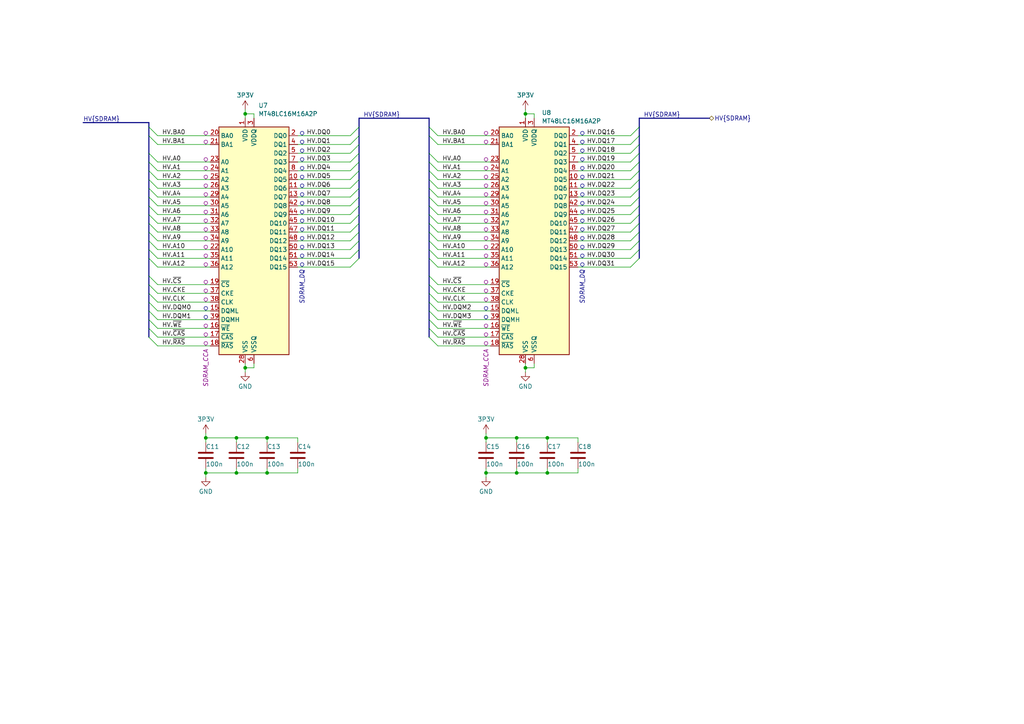
<source format=kicad_sch>
(kicad_sch (version 20231120) (generator "eeschema") (generator_version "8.0")
  (paper "A4")
  (title_block (title "SDRAM") (date "2024-05-26") (company "CHIPS Alliance") (comment 1 "Yichuan Gao (2024-05-21)") (comment 2 "Yichuan Gao (2024-05-21)") (comment 4 "Yichuan Gao (2024-05-26)"))
  (lib_symbols
    (symbol "CHIPSAlliance_Power:3P3V" (power) (pin_names (offset 0))
      (property "Value" "3P3V" (at 0 3.81 0))
      (symbol "3P3V_0_1"
        (polyline (pts (xy -0.762 1.27) (xy 0 2.54)))
        (polyline (pts (xy 0 0) (xy 0 2.54)))
        (polyline (pts (xy 0 2.54) (xy 0.762 1.27)))
      )
      (symbol "3P3V_1_1"
        (pin power_in line (at 0 0 90) (length 0) hide (name "3P3V") (number "1"))
      )
    )
    (symbol "CHIPSAlliance_Power:GND" (power) (pin_names (offset 0))
      (property "Value" "GND" (at 0 -3.81 0))
      (symbol "GND_0_1"
        (polyline (pts (xy 0 0) (xy 0 -1.27) (xy 1.27 -1.27) (xy 0 -2.54) (xy -1.27 -1.27) (xy 0 -1.27)))
      )
      (symbol "GND_1_1"
        (pin power_in line (at 0 0 270) (length 0) hide (name "GND") (number "1"))
      )
    )
    (symbol "Device:C" (pin_numbers hide) (pin_names (offset 0.254))
      (property "Reference" "C" (at 0.635 2.54 0))
      (property "Value" "C" (at 0.635 -2.54 0))
      (symbol "C_0_1"
        (polyline (pts (xy -2.032 -0.762) (xy 2.032 -0.762)) (stroke (width 0.508)))
        (polyline (pts (xy -2.032 0.762) (xy 2.032 0.762)) (stroke (width 0.508)))
      )
      (symbol "C_1_1"
        (pin passive line (at 0 3.81 270) (length 2.794) (name "~") (number "1"))
        (pin passive line (at 0 -3.81 90) (length 2.794) (name "~") (number "2"))
      )
    )
    (symbol "Memory_RAM:MT48LC16M16A2P"
      (property "Reference" "U" (at -8.89 34.29 0))
      (property "Value" "MT48LC16M16A2P" (at 8.89 34.29 0))
      (symbol "MT48LC16M16A2P_0_1"
        (rectangle (start -10.16 33.02) (end 10.16 -33.02) (stroke (width 0.254)) (fill (type background)))
      )
      (symbol "MT48LC16M16A2P_1_1"
        (pin power_in line (at -2.54 35.56 270) (length 2.54) (name "VDD") (number "1"))
        (pin bidirectional line (at 12.7 17.78 180) (length 2.54) (name "DQ5") (number "10"))
        (pin bidirectional line (at 12.7 15.24 180) (length 2.54) (name "DQ6") (number "11"))
        (pin passive line (at 0 -35.56 90) (length 2.54) hide (name "VSSQ") (number "12"))
        (pin bidirectional line (at 12.7 12.7 180) (length 2.54) (name "DQ7") (number "13"))
        (pin passive line (at -2.54 35.56 270) (length 2.54) hide (name "VDD") (number "14"))
        (pin input line (at -12.7 -20.32 0) (length 2.54) (name "DQML") (number "15"))
        (pin input line (at -12.7 -25.4 0) (length 2.54) (name "~{WE}") (number "16"))
        (pin input line (at -12.7 -27.94 0) (length 2.54) (name "~{CAS}") (number "17"))
        (pin input line (at -12.7 -30.48 0) (length 2.54) (name "~{RAS}") (number "18"))
        (pin input line (at -12.7 -12.7 0) (length 2.54) (name "~{CS}") (number "19"))
        (pin bidirectional line (at 12.7 30.48 180) (length 2.54) (name "DQ0") (number "2"))
        (pin input line (at -12.7 30.48 0) (length 2.54) (name "BA0") (number "20"))
        (pin input line (at -12.7 27.94 0) (length 2.54) (name "BA1") (number "21"))
        (pin input line (at -12.7 -2.54 0) (length 2.54) (name "A10") (number "22"))
        (pin input line (at -12.7 22.86 0) (length 2.54) (name "A0") (number "23"))
        (pin input line (at -12.7 20.32 0) (length 2.54) (name "A1") (number "24"))
        (pin input line (at -12.7 17.78 0) (length 2.54) (name "A2") (number "25"))
        (pin input line (at -12.7 15.24 0) (length 2.54) (name "A3") (number "26"))
        (pin passive line (at -2.54 35.56 270) (length 2.54) hide (name "VDD") (number "27"))
        (pin power_in line (at -2.54 -35.56 90) (length 2.54) (name "VSS") (number "28"))
        (pin input line (at -12.7 12.7 0) (length 2.54) (name "A4") (number "29"))
        (pin power_in line (at 0 35.56 270) (length 2.54) (name "VDDQ") (number "3"))
        (pin input line (at -12.7 10.16 0) (length 2.54) (name "A5") (number "30"))
        (pin input line (at -12.7 7.62 0) (length 2.54) (name "A6") (number "31"))
        (pin input line (at -12.7 5.08 0) (length 2.54) (name "A7") (number "32"))
        (pin input line (at -12.7 2.54 0) (length 2.54) (name "A8") (number "33"))
        (pin input line (at -12.7 0 0) (length 2.54) (name "A9") (number "34"))
        (pin input line (at -12.7 -5.08 0) (length 2.54) (name "A11") (number "35"))
        (pin input line (at -12.7 -7.62 0) (length 2.54) (name "A12") (number "36"))
        (pin input line (at -12.7 -15.24 0) (length 2.54) (name "CKE") (number "37"))
        (pin input line (at -12.7 -17.78 0) (length 2.54) (name "CLK") (number "38"))
        (pin input line (at -12.7 -22.86 0) (length 2.54) (name "DQMH") (number "39"))
        (pin bidirectional line (at 12.7 27.94 180) (length 2.54) (name "DQ1") (number "4"))
        (pin no_connect line (at 10.16 -20.32 180) (length 2.54) hide (name "NC") (number "40"))
        (pin passive line (at -2.54 -35.56 90) (length 2.54) hide (name "VSS") (number "41"))
        (pin bidirectional line (at 12.7 10.16 180) (length 2.54) (name "DQ8") (number "42"))
        (pin passive line (at 0 35.56 270) (length 2.54) hide (name "VDDQ") (number "43"))
        (pin bidirectional line (at 12.7 7.62 180) (length 2.54) (name "DQ9") (number "44"))
        (pin bidirectional line (at 12.7 5.08 180) (length 2.54) (name "DQ10") (number "45"))
        (pin passive line (at 0 -35.56 90) (length 2.54) hide (name "VSSQ") (number "46"))
        (pin bidirectional line (at 12.7 2.54 180) (length 2.54) (name "DQ11") (number "47"))
        (pin bidirectional line (at 12.7 0 180) (length 2.54) (name "DQ12") (number "48"))
        (pin passive line (at 0 35.56 270) (length 2.54) hide (name "VDDQ") (number "49"))
        (pin bidirectional line (at 12.7 25.4 180) (length 2.54) (name "DQ2") (number "5"))
        (pin bidirectional line (at 12.7 -2.54 180) (length 2.54) (name "DQ13") (number "50"))
        (pin bidirectional line (at 12.7 -5.08 180) (length 2.54) (name "DQ14") (number "51"))
        (pin passive line (at 0 -35.56 90) (length 2.54) hide (name "VSSQ") (number "52"))
        (pin bidirectional line (at 12.7 -7.62 180) (length 2.54) (name "DQ15") (number "53"))
        (pin passive line (at -2.54 -35.56 90) (length 2.54) hide (name "VSS") (number "54"))
        (pin power_in line (at 0 -35.56 90) (length 2.54) (name "VSSQ") (number "6"))
        (pin bidirectional line (at 12.7 22.86 180) (length 2.54) (name "DQ3") (number "7"))
        (pin bidirectional line (at 12.7 20.32 180) (length 2.54) (name "DQ4") (number "8"))
        (pin passive line (at 0 35.56 270) (length 2.54) hide (name "VDDQ") (number "9"))
      )
    )
  )
  (junction (at 149.86 127))
  (junction (at 77.47 127))
  (junction (at 59.69 137.16))
  (junction (at 68.58 127))
  (junction (at 152.4 106.68))
  (junction (at 68.58 137.16))
  (junction (at 158.75 127))
  (junction (at 158.75 137.16))
  (junction (at 152.4 33.02))
  (junction (at 77.47 137.16))
  (junction (at 71.12 106.68))
  (junction (at 149.86 137.16))
  (junction (at 140.97 127))
  (junction (at 71.12 33.02))
  (junction (at 140.97 137.16))
  (junction (at 59.69 127))
  (bus_entry (at 104.14 72.39) (size -2.54 2.54))
  (bus_entry (at 43.18 49.53) (size 2.54 2.54))
  (bus_entry (at 124.46 62.23) (size 2.54 2.54))
  (bus_entry (at 185.42 46.99) (size -2.54 2.54))
  (bus_entry (at 43.18 82.55) (size 2.54 2.54))
  (bus_entry (at 124.46 57.15) (size 2.54 2.54))
  (bus_entry (at 124.46 69.85) (size 2.54 2.54))
  (bus_entry (at 124.46 39.37) (size 2.54 2.54))
  (bus_entry (at 185.42 69.85) (size -2.54 2.54))
  (bus_entry (at 43.18 72.39) (size 2.54 2.54))
  (bus_entry (at 124.46 85.09) (size 2.54 2.54))
  (bus_entry (at 185.42 49.53) (size -2.54 2.54))
  (bus_entry (at 43.18 44.45) (size 2.54 2.54))
  (bus_entry (at 43.18 97.79) (size 2.54 2.54))
  (bus_entry (at 124.46 90.17) (size 2.54 2.54))
  (bus_entry (at 43.18 46.99) (size 2.54 2.54))
  (bus_entry (at 124.46 87.63) (size 2.54 2.54))
  (bus_entry (at 124.46 80.01) (size 2.54 2.54))
  (bus_entry (at 104.14 57.15) (size -2.54 2.54))
  (bus_entry (at 124.46 44.45) (size 2.54 2.54))
  (bus_entry (at 43.18 92.71) (size 2.54 2.54))
  (bus_entry (at 185.42 62.23) (size -2.54 2.54))
  (bus_entry (at 104.14 49.53) (size -2.54 2.54))
  (bus_entry (at 185.42 72.39) (size -2.54 2.54))
  (bus_entry (at 43.18 69.85) (size 2.54 2.54))
  (bus_entry (at 185.42 52.07) (size -2.54 2.54))
  (bus_entry (at 104.14 41.91) (size -2.54 2.54))
  (bus_entry (at 43.18 90.17) (size 2.54 2.54))
  (bus_entry (at 104.14 59.69) (size -2.54 2.54))
  (bus_entry (at 104.14 46.99) (size -2.54 2.54))
  (bus_entry (at 124.46 54.61) (size 2.54 2.54))
  (bus_entry (at 43.18 87.63) (size 2.54 2.54))
  (bus_entry (at 124.46 52.07) (size 2.54 2.54))
  (bus_entry (at 124.46 36.83) (size 2.54 2.54))
  (bus_entry (at 185.42 67.31) (size -2.54 2.54))
  (bus_entry (at 124.46 97.79) (size 2.54 2.54))
  (bus_entry (at 43.18 59.69) (size 2.54 2.54))
  (bus_entry (at 104.14 52.07) (size -2.54 2.54))
  (bus_entry (at 104.14 69.85) (size -2.54 2.54))
  (bus_entry (at 185.42 36.83) (size -2.54 2.54))
  (bus_entry (at 43.18 85.09) (size 2.54 2.54))
  (bus_entry (at 43.18 67.31) (size 2.54 2.54))
  (bus_entry (at 43.18 80.01) (size 2.54 2.54))
  (bus_entry (at 104.14 36.83) (size -2.54 2.54))
  (bus_entry (at 185.42 39.37) (size -2.54 2.54))
  (bus_entry (at 124.46 74.93) (size 2.54 2.54))
  (bus_entry (at 43.18 62.23) (size 2.54 2.54))
  (bus_entry (at 185.42 74.93) (size -2.54 2.54))
  (bus_entry (at 43.18 95.25) (size 2.54 2.54))
  (bus_entry (at 43.18 52.07) (size 2.54 2.54))
  (bus_entry (at 43.18 39.37) (size 2.54 2.54))
  (bus_entry (at 124.46 67.31) (size 2.54 2.54))
  (bus_entry (at 104.14 39.37) (size -2.54 2.54))
  (bus_entry (at 124.46 64.77) (size 2.54 2.54))
  (bus_entry (at 124.46 72.39) (size 2.54 2.54))
  (bus_entry (at 185.42 59.69) (size -2.54 2.54))
  (bus_entry (at 43.18 74.93) (size 2.54 2.54))
  (bus_entry (at 124.46 59.69) (size 2.54 2.54))
  (bus_entry (at 185.42 54.61) (size -2.54 2.54))
  (bus_entry (at 124.46 82.55) (size 2.54 2.54))
  (bus_entry (at 124.46 46.99) (size 2.54 2.54))
  (bus_entry (at 43.18 54.61) (size 2.54 2.54))
  (bus_entry (at 124.46 95.25) (size 2.54 2.54))
  (bus_entry (at 185.42 57.15) (size -2.54 2.54))
  (bus_entry (at 185.42 44.45) (size -2.54 2.54))
  (bus_entry (at 124.46 92.71) (size 2.54 2.54))
  (bus_entry (at 104.14 54.61) (size -2.54 2.54))
  (bus_entry (at 185.42 64.77) (size -2.54 2.54))
  (bus_entry (at 104.14 67.31) (size -2.54 2.54))
  (bus_entry (at 104.14 74.93) (size -2.54 2.54))
  (bus_entry (at 104.14 64.77) (size -2.54 2.54))
  (bus_entry (at 43.18 36.83) (size 2.54 2.54))
  (bus_entry (at 185.42 41.91) (size -2.54 2.54))
  (bus_entry (at 124.46 49.53) (size 2.54 2.54))
  (bus_entry (at 104.14 62.23) (size -2.54 2.54))
  (bus_entry (at 104.14 44.45) (size -2.54 2.54))
  (bus_entry (at 43.18 64.77) (size 2.54 2.54))
  (bus_entry (at 43.18 57.15) (size 2.54 2.54))
  (bus (pts (xy 43.18 72.39) (xy 43.18 74.93)))
  (wire (pts (xy 45.72 59.69) (xy 60.96 59.69)))
  (wire (pts (xy 86.36 127) (xy 77.47 127)))
  (wire (pts (xy 127 41.91) (xy 142.24 41.91)))
  (wire (pts (xy 59.69 125.73) (xy 59.69 127)))
  (wire (pts (xy 68.58 127) (xy 59.69 127)))
  (wire (pts (xy 86.36 72.39) (xy 101.6 72.39)))
  (wire (pts (xy 45.72 82.55) (xy 60.96 82.55)))
  (bus (pts (xy 43.18 67.31) (xy 43.18 69.85)))
  (wire (pts (xy 86.36 64.77) (xy 101.6 64.77)))
  (wire (pts (xy 127 67.31) (xy 142.24 67.31)))
  (bus (pts (xy 104.14 52.07) (xy 104.14 54.61)))
  (bus (pts (xy 124.46 44.45) (xy 124.46 46.99)))
  (bus (pts (xy 43.18 52.07) (xy 43.18 54.61)))
  (wire (pts (xy 127 64.77) (xy 142.24 64.77)))
  (wire (pts (xy 158.75 127) (xy 149.86 127)))
  (bus (pts (xy 124.46 52.07) (xy 124.46 54.61)))
  (bus (pts (xy 24.13 35.56) (xy 43.18 35.56)))
  (wire (pts (xy 127 72.39) (xy 142.24 72.39)))
  (wire (pts (xy 140.97 127) (xy 140.97 128.27)))
  (bus (pts (xy 43.18 59.69) (xy 43.18 62.23)))
  (wire (pts (xy 127 87.63) (xy 142.24 87.63)))
  (bus (pts (xy 104.14 64.77) (xy 104.14 67.31)))
  (bus (pts (xy 43.18 74.93) (xy 43.18 80.01)))
  (bus (pts (xy 185.42 41.91) (xy 185.42 39.37)))
  (wire (pts (xy 167.64 44.45) (xy 182.88 44.45)))
  (wire (pts (xy 158.75 135.89) (xy 158.75 137.16)))
  (bus (pts (xy 43.18 36.83) (xy 43.18 39.37)))
  (bus (pts (xy 104.14 57.15) (xy 104.14 59.69)))
  (wire (pts (xy 45.72 72.39) (xy 60.96 72.39)))
  (wire (pts (xy 140.97 125.73) (xy 140.97 127)))
  (wire (pts (xy 73.66 106.68) (xy 71.12 106.68)))
  (wire (pts (xy 77.47 127) (xy 77.47 128.27)))
  (wire (pts (xy 154.94 34.29) (xy 154.94 33.02)))
  (bus (pts (xy 185.42 34.29) (xy 205.74 34.29)))
  (bus (pts (xy 104.14 41.91) (xy 104.14 44.45)))
  (bus (pts (xy 43.18 90.17) (xy 43.18 92.71)))
  (wire (pts (xy 86.36 44.45) (xy 101.6 44.45)))
  (bus (pts (xy 43.18 80.01) (xy 43.18 82.55)))
  (bus (pts (xy 185.42 72.39) (xy 185.42 69.85)))
  (wire (pts (xy 152.4 105.41) (xy 152.4 106.68)))
  (wire (pts (xy 59.69 127) (xy 59.69 128.27)))
  (bus (pts (xy 124.46 92.71) (xy 124.46 95.25)))
  (bus (pts (xy 43.18 54.61) (xy 43.18 57.15)))
  (bus (pts (xy 43.18 39.37) (xy 43.18 44.45)))
  (wire (pts (xy 127 77.47) (xy 142.24 77.47)))
  (wire (pts (xy 45.72 87.63) (xy 60.96 87.63)))
  (wire (pts (xy 167.64 52.07) (xy 182.88 52.07)))
  (bus (pts (xy 43.18 87.63) (xy 43.18 90.17)))
  (bus (pts (xy 185.42 39.37) (xy 185.42 36.83)))
  (wire (pts (xy 127 39.37) (xy 142.24 39.37)))
  (wire (pts (xy 68.58 135.89) (xy 68.58 137.16)))
  (wire (pts (xy 86.36 57.15) (xy 101.6 57.15)))
  (wire (pts (xy 167.64 64.77) (xy 182.88 64.77)))
  (wire (pts (xy 127 57.15) (xy 142.24 57.15)))
  (wire (pts (xy 45.72 97.79) (xy 60.96 97.79)))
  (wire (pts (xy 127 59.69) (xy 142.24 59.69)))
  (wire (pts (xy 71.12 33.02) (xy 71.12 34.29)))
  (wire (pts (xy 45.72 49.53) (xy 60.96 49.53)))
  (bus (pts (xy 43.18 44.45) (xy 43.18 46.99)))
  (wire (pts (xy 45.72 90.17) (xy 60.96 90.17)))
  (wire (pts (xy 167.64 127) (xy 158.75 127)))
  (bus (pts (xy 43.18 35.56) (xy 43.18 36.83)))
  (bus (pts (xy 124.46 74.93) (xy 124.46 80.01)))
  (wire (pts (xy 77.47 135.89) (xy 77.47 137.16)))
  (wire (pts (xy 86.36 77.47) (xy 101.6 77.47)))
  (wire (pts (xy 86.36 69.85) (xy 101.6 69.85)))
  (bus (pts (xy 43.18 62.23) (xy 43.18 64.77)))
  (wire (pts (xy 167.64 72.39) (xy 182.88 72.39)))
  (bus (pts (xy 124.46 39.37) (xy 124.46 44.45)))
  (wire (pts (xy 45.72 41.91) (xy 60.96 41.91)))
  (wire (pts (xy 68.58 137.16) (xy 59.69 137.16)))
  (wire (pts (xy 140.97 137.16) (xy 140.97 138.43)))
  (bus (pts (xy 104.14 62.23) (xy 104.14 64.77)))
  (wire (pts (xy 71.12 106.68) (xy 71.12 107.95)))
  (wire (pts (xy 127 92.71) (xy 142.24 92.71)))
  (wire (pts (xy 127 82.55) (xy 142.24 82.55)))
  (wire (pts (xy 167.64 41.91) (xy 182.88 41.91)))
  (wire (pts (xy 167.64 69.85) (xy 182.88 69.85)))
  (wire (pts (xy 167.64 74.93) (xy 182.88 74.93)))
  (bus (pts (xy 124.46 54.61) (xy 124.46 57.15)))
  (bus (pts (xy 104.14 69.85) (xy 104.14 72.39)))
  (bus (pts (xy 124.46 90.17) (xy 124.46 92.71)))
  (wire (pts (xy 71.12 31.75) (xy 71.12 33.02)))
  (wire (pts (xy 127 74.93) (xy 142.24 74.93)))
  (wire (pts (xy 73.66 105.41) (xy 73.66 106.68)))
  (wire (pts (xy 154.94 105.41) (xy 154.94 106.68)))
  (wire (pts (xy 86.36 62.23) (xy 101.6 62.23)))
  (bus (pts (xy 104.14 72.39) (xy 104.14 74.93)))
  (wire (pts (xy 167.64 49.53) (xy 182.88 49.53)))
  (wire (pts (xy 45.72 100.33) (xy 60.96 100.33)))
  (wire (pts (xy 45.72 74.93) (xy 60.96 74.93)))
  (wire (pts (xy 127 100.33) (xy 142.24 100.33)))
  (bus (pts (xy 104.14 34.29) (xy 124.46 34.29)))
  (bus (pts (xy 124.46 72.39) (xy 124.46 74.93)))
  (bus (pts (xy 43.18 46.99) (xy 43.18 49.53)))
  (wire (pts (xy 45.72 62.23) (xy 60.96 62.23)))
  (wire (pts (xy 127 85.09) (xy 142.24 85.09)))
  (wire (pts (xy 86.36 52.07) (xy 101.6 52.07)))
  (bus (pts (xy 185.42 57.15) (xy 185.42 54.61)))
  (bus (pts (xy 124.46 36.83) (xy 124.46 39.37)))
  (wire (pts (xy 167.64 137.16) (xy 158.75 137.16)))
  (bus (pts (xy 124.46 62.23) (xy 124.46 64.77)))
  (wire (pts (xy 86.36 67.31) (xy 101.6 67.31)))
  (bus (pts (xy 124.46 46.99) (xy 124.46 49.53)))
  (wire (pts (xy 86.36 59.69) (xy 101.6 59.69)))
  (wire (pts (xy 45.72 57.15) (xy 60.96 57.15)))
  (wire (pts (xy 86.36 128.27) (xy 86.36 127)))
  (bus (pts (xy 104.14 39.37) (xy 104.14 41.91)))
  (wire (pts (xy 167.64 54.61) (xy 182.88 54.61)))
  (wire (pts (xy 77.47 137.16) (xy 68.58 137.16)))
  (bus (pts (xy 124.46 85.09) (xy 124.46 87.63)))
  (bus (pts (xy 104.14 59.69) (xy 104.14 62.23)))
  (bus (pts (xy 104.14 46.99) (xy 104.14 49.53)))
  (wire (pts (xy 140.97 135.89) (xy 140.97 137.16)))
  (wire (pts (xy 154.94 33.02) (xy 152.4 33.02)))
  (wire (pts (xy 86.36 137.16) (xy 77.47 137.16)))
  (wire (pts (xy 158.75 137.16) (xy 149.86 137.16)))
  (wire (pts (xy 167.64 135.89) (xy 167.64 137.16)))
  (wire (pts (xy 127 62.23) (xy 142.24 62.23)))
  (wire (pts (xy 86.36 74.93) (xy 101.6 74.93)))
  (wire (pts (xy 149.86 127) (xy 149.86 128.27)))
  (bus (pts (xy 104.14 54.61) (xy 104.14 57.15)))
  (wire (pts (xy 167.64 39.37) (xy 182.88 39.37)))
  (bus (pts (xy 124.46 87.63) (xy 124.46 90.17)))
  (wire (pts (xy 149.86 127) (xy 140.97 127)))
  (bus (pts (xy 104.14 44.45) (xy 104.14 46.99)))
  (wire (pts (xy 59.69 137.16) (xy 59.69 138.43)))
  (wire (pts (xy 73.66 33.02) (xy 71.12 33.02)))
  (wire (pts (xy 45.72 69.85) (xy 60.96 69.85)))
  (wire (pts (xy 45.72 92.71) (xy 60.96 92.71)))
  (wire (pts (xy 167.64 77.47) (xy 182.88 77.47)))
  (wire (pts (xy 152.4 106.68) (xy 152.4 107.95)))
  (bus (pts (xy 124.46 59.69) (xy 124.46 62.23)))
  (wire (pts (xy 45.72 54.61) (xy 60.96 54.61)))
  (wire (pts (xy 127 52.07) (xy 142.24 52.07)))
  (bus (pts (xy 43.18 49.53) (xy 43.18 52.07)))
  (bus (pts (xy 185.42 62.23) (xy 185.42 59.69)))
  (bus (pts (xy 124.46 34.29) (xy 124.46 36.83)))
  (bus (pts (xy 104.14 49.53) (xy 104.14 52.07)))
  (wire (pts (xy 86.36 49.53) (xy 101.6 49.53)))
  (wire (pts (xy 86.36 41.91) (xy 101.6 41.91)))
  (wire (pts (xy 68.58 127) (xy 68.58 128.27)))
  (wire (pts (xy 167.64 62.23) (xy 182.88 62.23)))
  (wire (pts (xy 127 69.85) (xy 142.24 69.85)))
  (wire (pts (xy 127 46.99) (xy 142.24 46.99)))
  (bus (pts (xy 185.42 59.69) (xy 185.42 57.15)))
  (wire (pts (xy 127 95.25) (xy 142.24 95.25)))
  (wire (pts (xy 45.72 77.47) (xy 60.96 77.47)))
  (bus (pts (xy 185.42 69.85) (xy 185.42 67.31)))
  (wire (pts (xy 86.36 46.99) (xy 101.6 46.99)))
  (bus (pts (xy 43.18 92.71) (xy 43.18 95.25)))
  (wire (pts (xy 73.66 34.29) (xy 73.66 33.02)))
  (wire (pts (xy 45.72 67.31) (xy 60.96 67.31)))
  (wire (pts (xy 45.72 39.37) (xy 60.96 39.37)))
  (bus (pts (xy 185.42 44.45) (xy 185.42 41.91)))
  (wire (pts (xy 167.64 46.99) (xy 182.88 46.99)))
  (wire (pts (xy 45.72 52.07) (xy 60.96 52.07)))
  (bus (pts (xy 185.42 67.31) (xy 185.42 64.77)))
  (wire (pts (xy 45.72 46.99) (xy 60.96 46.99)))
  (bus (pts (xy 124.46 69.85) (xy 124.46 72.39)))
  (bus (pts (xy 43.18 64.77) (xy 43.18 67.31)))
  (bus (pts (xy 185.42 52.07) (xy 185.42 49.53)))
  (bus (pts (xy 185.42 64.77) (xy 185.42 62.23)))
  (bus (pts (xy 124.46 57.15) (xy 124.46 59.69)))
  (bus (pts (xy 104.14 67.31) (xy 104.14 69.85)))
  (wire (pts (xy 167.64 128.27) (xy 167.64 127)))
  (bus (pts (xy 43.18 82.55) (xy 43.18 85.09)))
  (bus (pts (xy 124.46 82.55) (xy 124.46 85.09)))
  (bus (pts (xy 185.42 49.53) (xy 185.42 46.99)))
  (bus (pts (xy 185.42 36.83) (xy 185.42 34.29)))
  (wire (pts (xy 86.36 135.89) (xy 86.36 137.16)))
  (wire (pts (xy 158.75 127) (xy 158.75 128.27)))
  (bus (pts (xy 185.42 74.93) (xy 185.42 72.39)))
  (bus (pts (xy 43.18 85.09) (xy 43.18 87.63)))
  (wire (pts (xy 149.86 137.16) (xy 140.97 137.16)))
  (bus (pts (xy 43.18 57.15) (xy 43.18 59.69)))
  (wire (pts (xy 59.69 135.89) (xy 59.69 137.16)))
  (wire (pts (xy 45.72 64.77) (xy 60.96 64.77)))
  (bus (pts (xy 124.46 49.53) (xy 124.46 52.07)))
  (wire (pts (xy 167.64 57.15) (xy 182.88 57.15)))
  (bus (pts (xy 185.42 46.99) (xy 185.42 44.45)))
  (bus (pts (xy 43.18 95.25) (xy 43.18 97.79)))
  (wire (pts (xy 167.64 59.69) (xy 182.88 59.69)))
  (bus (pts (xy 43.18 69.85) (xy 43.18 72.39)))
  (wire (pts (xy 149.86 135.89) (xy 149.86 137.16)))
  (wire (pts (xy 86.36 54.61) (xy 101.6 54.61)))
  (wire (pts (xy 77.47 127) (xy 68.58 127)))
  (bus (pts (xy 124.46 95.25) (xy 124.46 97.79)))
  (wire (pts (xy 127 49.53) (xy 142.24 49.53)))
  (wire (pts (xy 45.72 85.09) (xy 60.96 85.09)))
  (wire (pts (xy 152.4 33.02) (xy 152.4 34.29)))
  (bus (pts (xy 124.46 80.01) (xy 124.46 82.55)))
  (bus (pts (xy 185.42 54.61) (xy 185.42 52.07)))
  (bus (pts (xy 104.14 34.29) (xy 104.14 36.83)))
  (wire (pts (xy 127 90.17) (xy 142.24 90.17)))
  (wire (pts (xy 71.12 105.41) (xy 71.12 106.68)))
  (wire (pts (xy 152.4 31.75) (xy 152.4 33.02)))
  (wire (pts (xy 45.72 95.25) (xy 60.96 95.25)))
  (wire (pts (xy 127 54.61) (xy 142.24 54.61)))
  (bus (pts (xy 124.46 67.31) (xy 124.46 69.85)))
  (bus (pts (xy 104.14 36.83) (xy 104.14 39.37)))
  (wire (pts (xy 127 97.79) (xy 142.24 97.79)))
  (wire (pts (xy 167.64 67.31) (xy 182.88 67.31)))
  (bus (pts (xy 124.46 64.77) (xy 124.46 67.31)))
  (wire (pts (xy 86.36 39.37) (xy 101.6 39.37)))
  (wire (pts (xy 154.94 106.68) (xy 152.4 106.68)))
  (label "HV.A12" (at 128.27 77.47 0))
  (label "HV.DQ2" (at 88.9 44.45 0))
  (label "HV.A9" (at 46.99 69.85 0))
  (label "HV{SDRAM}" (at 186.69 34.29 0))
  (label "HV.DQM1" (at 46.99 92.71 0))
  (label "HV.A3" (at 46.99 54.61 0))
  (label "HV.DQ25" (at 170.18 62.23 0))
  (label "HV.~{WE}" (at 46.99 95.25 0))
  (label "HV.DQ17" (at 170.18 41.91 0))
  (label "HV.A4" (at 128.27 57.15 0))
  (label "HV.DQ4" (at 88.9 49.53 0))
  (label "HV.DQ22" (at 170.18 54.61 0))
  (label "HV.DQ12" (at 88.9 69.85 0))
  (label "HV.~{CS}" (at 46.99 82.55 0))
  (label "HV.A1" (at 46.99 49.53 0))
  (label "HV.DQM3" (at 128.27 92.71 0))
  (label "HV.CLK" (at 46.99 87.63 0))
  (label "HV.BA0" (at 46.99 39.37 0))
  (label "HV.DQ5" (at 88.9 52.07 0))
  (label "HV.~{CAS}" (at 46.99 97.79 0))
  (label "HV.DQ18" (at 170.18 44.45 0))
  (label "HV.DQ15" (at 88.9 77.47 0))
  (label "HV.DQ1" (at 88.9 41.91 0))
  (label "HV.A6" (at 46.99 62.23 0))
  (label "HV.DQ10" (at 88.9 64.77 0))
  (label "HV.A0" (at 128.27 46.99 0))
  (label "HV.A7" (at 128.27 64.77 0))
  (label "HV.~{CAS}" (at 128.27 97.79 0))
  (label "HV.DQ11" (at 88.9 67.31 0))
  (label "HV.A1" (at 128.27 49.53 0))
  (label "HV.A9" (at 128.27 69.85 0))
  (label "HV.A11" (at 46.99 74.93 0))
  (label "HV.~{WE}" (at 128.27 95.25 0))
  (label "HV.CKE" (at 46.99 85.09 0))
  (label "HV.A5" (at 128.27 59.69 0))
  (label "HV.DQ13" (at 88.9 72.39 0))
  (label "HV.A8" (at 128.27 67.31 0))
  (label "HV.CLK" (at 128.27 87.63 0))
  (label "HV.DQ31" (at 170.18 77.47 0))
  (label "HV.DQ19" (at 170.18 46.99 0))
  (label "HV.DQ24" (at 170.18 59.69 0))
  (label "HV.DQM2" (at 128.27 90.17 0))
  (label "HV.DQ28" (at 170.18 69.85 0))
  (label "HV.A5" (at 46.99 59.69 0))
  (label "HV.~{RAS}" (at 46.99 100.33 0))
  (label "HV{SDRAM}" (at 105.41 34.29 0))
  (label "HV.DQM0" (at 46.99 90.17 0))
  (label "HV.~{RAS}" (at 128.27 100.33 0))
  (label "HV.DQ26" (at 170.18 64.77 0))
  (label "HV.DQ9" (at 88.9 62.23 0))
  (label "HV.BA0" (at 128.27 39.37 0))
  (label "HV.DQ8" (at 88.9 59.69 0))
  (label "HV.DQ14" (at 88.9 74.93 0))
  (label "HV.DQ29" (at 170.18 72.39 0))
  (label "HV.DQ27" (at 170.18 67.31 0))
  (label "HV.DQ6" (at 88.9 54.61 0))
  (label "HV.DQ21" (at 170.18 52.07 0))
  (label "HV.A12" (at 46.99 77.47 0))
  (label "HV.DQ7" (at 88.9 57.15 0))
  (label "HV{SDRAM}" (at 24.13 35.56 0))
  (label "HV.A7" (at 46.99 64.77 0))
  (label "HV.DQ0" (at 88.9 39.37 0))
  (label "HV.A11" (at 128.27 74.93 0))
  (label "HV.DQ3" (at 88.9 46.99 0))
  (label "HV.A2" (at 128.27 52.07 0))
  (label "HV.DQ23" (at 170.18 57.15 0))
  (label "HV.BA1" (at 46.99 41.91 0))
  (label "HV.CKE" (at 128.27 85.09 0))
  (label "HV.A6" (at 128.27 62.23 0))
  (label "HV.A10" (at 128.27 72.39 0))
  (label "HV.A10" (at 46.99 72.39 0))
  (label "HV.A3" (at 128.27 54.61 0))
  (label "HV.BA1" (at 128.27 41.91 0))
  (label "HV.A8" (at 46.99 67.31 0))
  (label "HV.DQ20" (at 170.18 49.53 0))
  (label "HV.A0" (at 46.99 46.99 0))
  (label "HV.A2" (at 46.99 52.07 0))
  (label "HV.DQ16" (at 170.18 39.37 0))
  (label "HV.A4" (at 46.99 57.15 0))
  (label "HV.DQ30" (at 170.18 74.93 0))
  (label "HV.~{CS}" (at 128.27 82.55 0))
  (hierarchical_label "HV{SDRAM}" (shape bidirectional) (at 205.74 34.29 0))
  (netclass_flag "" (length 0.762) (shape round) (at 59.69 97.79 0) (property "Netclass" "SDRAM_CCA" (effects (hide yes))))
  (netclass_flag "" (length 0.762) (shape round) (at 140.97 52.07 0) (property "Netclass" "SDRAM_CCA" (effects (hide yes))))
  (netclass_flag "" (length 0.762) (shape round) (at 140.97 100.33 0) (property "Netclass" "SDRAM_CCA" (at 140.97 112.268 90) (effects (font (italic yes)) (justify left))))
  (netclass_flag "" (length 0.762) (shape round) (at 59.69 62.23 0) (property "Netclass" "SDRAM_CCA" (effects (hide yes))))
  (netclass_flag "" (length 0.762) (shape round) (at 168.91 69.85 0) (property "Netclass" "SDRAM_DQ" (effects (hide yes))))
  (netclass_flag "" (length 0.762) (shape round) (at 59.69 57.15 0) (property "Netclass" "SDRAM_CCA" (effects (hide yes))))
  (netclass_flag "" (length 0.762) (shape round) (at 59.69 82.55 0) (property "Netclass" "SDRAM_CCA" (effects (hide yes))))
  (netclass_flag "" (length 0.762) (shape round) (at 140.97 85.09 0) (property "Netclass" "SDRAM_CCA" (effects (hide yes))))
  (netclass_flag "" (length 0.762) (shape round) (at 168.91 39.37 0) (property "Netclass" "SDRAM_DQ" (effects (hide yes))))
  (netclass_flag "" (length 0.762) (shape round) (at 59.69 41.91 0) (property "Netclass" "SDRAM_CCA" (effects (hide yes))))
  (netclass_flag "" (length 0.762) (shape round) (at 140.97 62.23 0) (property "Netclass" "SDRAM_CCA" (effects (hide yes))))
  (netclass_flag "" (length 0.762) (shape round) (at 59.69 69.85 0) (property "Netclass" "SDRAM_CCA" (effects (hide yes))))
  (netclass_flag "" (length 0.762) (shape round) (at 59.69 52.07 0) (property "Netclass" "SDRAM_CCA" (effects (hide yes))))
  (netclass_flag "" (length 0.762) (shape round) (at 87.63 54.61 0) (property "Netclass" "SDRAM_DQ" (effects (hide yes))))
  (netclass_flag "" (length 0.762) (shape round) (at 59.69 64.77 0) (property "Netclass" "SDRAM_CCA" (effects (hide yes))))
  (netclass_flag "" (length 0.762) (shape round) (at 87.63 69.85 0) (property "Netclass" "SDRAM_DQ" (effects (hide yes))))
  (netclass_flag "" (length 0.762) (shape round) (at 140.97 46.99 0) (property "Netclass" "SDRAM_CCA" (effects (hide yes))))
  (netclass_flag "" (length 0.762) (shape round) (at 140.97 59.69 0) (property "Netclass" "SDRAM_CCA" (effects (hide yes))))
  (netclass_flag "" (length 0.762) (shape round) (at 87.63 39.37 0) (property "Netclass" "SDRAM_DQ" (effects (hide yes))))
  (netclass_flag "" (length 0.762) (shape round) (at 59.69 74.93 0) (property "Netclass" "SDRAM_CCA" (effects (hide yes))))
  (netclass_flag "" (length 0.762) (shape round) (at 168.91 59.69 0) (property "Netclass" "SDRAM_DQ" (effects (hide yes))))
  (netclass_flag "" (length 0.762) (shape round) (at 59.69 77.47 0) (property "Netclass" "SDRAM_CCA" (effects (hide yes))))
  (netclass_flag "" (length 0.762) (shape round) (at 59.69 87.63 0) (property "Netclass" "SDRAM_CCA" (effects (hide yes))))
  (netclass_flag "" (length 0.762) (shape round) (at 168.91 46.99 0) (property "Netclass" "SDRAM_DQ" (effects (hide yes))))
  (netclass_flag "" (length 0.762) (shape round) (at 168.91 64.77 0) (property "Netclass" "SDRAM_DQ" (effects (hide yes))))
  (netclass_flag "" (length 0.762) (shape round) (at 140.97 39.37 0) (property "Netclass" "SDRAM_CCA" (effects (hide yes))))
  (netclass_flag "" (length 0.762) (shape round) (at 87.63 67.31 0) (property "Netclass" "SDRAM_DQ" (effects (hide yes))))
  (netclass_flag "" (length 0.762) (shape round) (at 140.97 77.47 0) (property "Netclass" "SDRAM_CCA" (effects (hide yes))))
  (netclass_flag "" (length 0.762) (shape round) (at 87.63 74.93 0) (property "Netclass" "SDRAM_DQ" (effects (hide yes))))
  (netclass_flag "" (length 0.762) (shape round) (at 140.97 69.85 0) (property "Netclass" "SDRAM_CCA" (effects (hide yes))))
  (netclass_flag "" (length 0.762) (shape round) (at 140.97 54.61 0) (property "Netclass" "SDRAM_CCA" (effects (hide yes))))
  (netclass_flag "" (length 0.762) (shape round) (at 59.69 92.71 0) (property "Netclass" "SDRAM_DQ" (effects (hide yes))))
  (netclass_flag "" (length 0.762) (shape round) (at 168.91 72.39 0) (property "Netclass" "SDRAM_DQ" (effects (hide yes))))
  (netclass_flag "" (length 0.762) (shape round) (at 87.63 77.47 0) (property "Netclass" "SDRAM_DQ" (at 87.63 88.138 90) (effects (font (italic yes)) (justify left))))
  (netclass_flag "" (length 0.762) (shape round) (at 168.91 52.07 0) (property "Netclass" "SDRAM_DQ" (effects (hide yes))))
  (netclass_flag "" (length 0.762) (shape round) (at 140.97 95.25 0) (property "Netclass" "SDRAM_CCA" (effects (hide yes))))
  (netclass_flag "" (length 0.762) (shape round) (at 87.63 62.23 0) (property "Netclass" "SDRAM_DQ" (effects (hide yes))))
  (netclass_flag "" (length 0.762) (shape round) (at 87.63 64.77 0) (property "Netclass" "SDRAM_DQ" (effects (hide yes))))
  (netclass_flag "" (length 0.762) (shape round) (at 168.91 41.91 0) (property "Netclass" "SDRAM_DQ" (effects (hide yes))))
  (netclass_flag "" (length 0.762) (shape round) (at 59.69 54.61 0) (property "Netclass" "SDRAM_CCA" (effects (hide yes))))
  (netclass_flag "" (length 0.762) (shape round) (at 59.69 39.37 0) (property "Netclass" "SDRAM_CCA" (effects (hide yes))))
  (netclass_flag "" (length 0.762) (shape round) (at 59.69 49.53 0) (property "Netclass" "SDRAM_CCA" (effects (hide yes))))
  (netclass_flag "" (length 0.762) (shape round) (at 87.63 57.15 0) (property "Netclass" "SDRAM_DQ" (effects (hide yes))))
  (netclass_flag "" (length 0.762) (shape round) (at 168.91 74.93 0) (property "Netclass" "SDRAM_DQ" (effects (hide yes))))
  (netclass_flag "" (length 0.762) (shape round) (at 140.97 49.53 0) (property "Netclass" "SDRAM_CCA" (effects (hide yes))))
  (netclass_flag "" (length 0.762) (shape round) (at 140.97 74.93 0) (property "Netclass" "SDRAM_CCA" (effects (hide yes))))
  (netclass_flag "" (length 0.762) (shape round) (at 168.91 57.15 0) (property "Netclass" "SDRAM_DQ" (effects (hide yes))))
  (netclass_flag "" (length 0.762) (shape round) (at 140.97 82.55 0) (property "Netclass" "SDRAM_CCA" (effects (hide yes))))
  (netclass_flag "" (length 0.762) (shape round) (at 59.69 72.39 0) (property "Netclass" "SDRAM_CCA" (effects (hide yes))))
  (netclass_flag "" (length 0.762) (shape round) (at 59.69 59.69 0) (property "Netclass" "SDRAM_CCA" (effects (hide yes))))
  (netclass_flag "" (length 0.762) (shape round) (at 59.69 85.09 0) (property "Netclass" "SDRAM_CCA" (effects (hide yes))))
  (netclass_flag "" (length 0.762) (shape round) (at 59.69 100.33 0) (property "Netclass" "SDRAM_CCA" (at 59.69 112.268 90) (effects (font (italic yes)) (justify left))))
  (netclass_flag "" (length 0.762) (shape round) (at 87.63 41.91 0) (property "Netclass" "SDRAM_DQ" (effects (hide yes))))
  (netclass_flag "" (length 0.762) (shape round) (at 140.97 72.39 0) (property "Netclass" "SDRAM_CCA" (effects (hide yes))))
  (netclass_flag "" (length 0.762) (shape round) (at 59.69 67.31 0) (property "Netclass" "SDRAM_CCA" (effects (hide yes))))
  (netclass_flag "" (length 0.762) (shape round) (at 59.69 95.25 0) (property "Netclass" "SDRAM_CCA" (effects (hide yes))))
  (netclass_flag "" (length 0.762) (shape round) (at 59.69 46.99 0) (property "Netclass" "SDRAM_CCA" (effects (hide yes))))
  (netclass_flag "" (length 0.762) (shape round) (at 87.63 49.53 0) (property "Netclass" "SDRAM_DQ" (effects (hide yes))))
  (netclass_flag "" (length 0.762) (shape round) (at 140.97 90.17 0) (property "Netclass" "SDRAM_DQ" (effects (hide yes))))
  (netclass_flag "" (length 0.762) (shape round) (at 140.97 67.31 0) (property "Netclass" "SDRAM_CCA" (effects (hide yes))))
  (netclass_flag "" (length 0.762) (shape round) (at 168.91 62.23 0) (property "Netclass" "SDRAM_DQ" (effects (hide yes))))
  (netclass_flag "" (length 0.762) (shape round) (at 59.69 90.17 0) (property "Netclass" "SDRAM_DQ" (effects (hide yes))))
  (netclass_flag "" (length 0.762) (shape round) (at 87.63 72.39 0) (property "Netclass" "SDRAM_DQ" (effects (hide yes))))
  (netclass_flag "" (length 0.762) (shape round) (at 140.97 92.71 0) (property "Netclass" "SDRAM_DQ" (effects (hide yes))))
  (netclass_flag "" (length 0.762) (shape round) (at 168.91 54.61 0) (property "Netclass" "SDRAM_DQ" (effects (hide yes))))
  (netclass_flag "" (length 0.762) (shape round) (at 140.97 41.91 0) (property "Netclass" "SDRAM_CCA" (effects (hide yes))))
  (netclass_flag "" (length 0.762) (shape round) (at 140.97 57.15 0) (property "Netclass" "SDRAM_CCA" (effects (hide yes))))
  (netclass_flag "" (length 0.762) (shape round) (at 87.63 52.07 0) (property "Netclass" "SDRAM_DQ" (effects (hide yes))))
  (netclass_flag "" (length 0.762) (shape round) (at 87.63 46.99 0) (property "Netclass" "SDRAM_DQ" (effects (hide yes))))
  (netclass_flag "" (length 0.762) (shape round) (at 168.91 67.31 0) (property "Netclass" "SDRAM_DQ" (effects (hide yes))))
  (netclass_flag "" (length 0.762) (shape round) (at 168.91 44.45 0) (property "Netclass" "SDRAM_DQ" (effects (hide yes))))
  (netclass_flag "" (length 0.762) (shape round) (at 87.63 59.69 0) (property "Netclass" "SDRAM_DQ" (effects (hide yes))))
  (netclass_flag "" (length 0.762) (shape round) (at 140.97 97.79 0) (property "Netclass" "SDRAM_CCA" (effects (hide yes))))
  (netclass_flag "" (length 0.762) (shape round) (at 87.63 44.45 0) (property "Netclass" "SDRAM_DQ" (effects (hide yes))))
  (netclass_flag "" (length 0.762) (shape round) (at 140.97 87.63 0) (property "Netclass" "SDRAM_CCA" (effects (hide yes))))
  (netclass_flag "" (length 0.762) (shape round) (at 140.97 64.77 0) (property "Netclass" "SDRAM_CCA" (effects (hide yes))))
  (netclass_flag "" (length 0.762) (shape round) (at 168.91 49.53 0) (property "Netclass" "SDRAM_DQ" (effects (hide yes))))
  (netclass_flag "" (length 0.762) (shape round) (at 168.91 77.47 0) (property "Netclass" "SDRAM_DQ" (at 168.91 88.138 90) (effects (font (italic yes)) (justify left))))
  (symbol (lib_id "Device:C") (at 68.58 132.08 0) (unit 1)
    (property "Reference" "C12" (at 68.58 129.54 0) (effects (justify left)))
    (property "Value" "100n" (at 68.58 134.62 0) (effects (justify left)))
    (property "Footprint" "Capacitor_SMD:C_0402_1005Metric" (effects (hide yes)))
  )
  (symbol (lib_id "CHIPSAlliance_Power:GND") (at 59.69 138.43 0) (unit 1)
    (property "Reference" "#PWR084" (effects (hide yes)))
    (property "Value" "GND" (at 59.69 142.5631 0))
  )
  (symbol (lib_id "Device:C") (at 77.47 132.08 0) (unit 1)
    (property "Reference" "C13" (at 77.47 129.54 0) (effects (justify left)))
    (property "Value" "100n" (at 77.47 134.62 0) (effects (justify left)))
    (property "Footprint" "Capacitor_SMD:C_0402_1005Metric" (effects (hide yes)))
  )
  (symbol (lib_id "Device:C") (at 158.75 132.08 0) (unit 1)
    (property "Reference" "C17" (at 158.75 129.54 0) (effects (justify left)))
    (property "Value" "100n" (at 158.75 134.62 0) (effects (justify left)))
    (property "Footprint" "Capacitor_SMD:C_0402_1005Metric" (effects (hide yes)))
  )
  (symbol (lib_id "CHIPSAlliance_Power:3P3V") (at 71.12 31.75 0) (unit 1)
    (property "Reference" "#PWR075" (effects (hide yes)))
    (property "Value" "3P3V" (at 71.12 27.6169 0))
  )
  (symbol (lib_id "Memory_RAM:MT48LC16M16A2P") (at 154.94 69.85 0) (unit 1)
    (property "Reference" "U8" (at 157.1341 32.6855 0) (effects (justify left)))
    (property "Value" "MT48LC16M16A2P" (at 157.1341 35.1098 0) (effects (justify left)))
    (property "Footprint" "CHIPSAlliance_Package_SO:TSOP-II-54_22.2x10.16mm_P0.8mm" (effects (hide yes)))
    (property "Datasheet" "https://www.micron.com/-/media/client/global/documents/products/data-sheet/dram/256mb_sdr.pdf" (effects (hide yes)))
    (property "Description" "256M – (16M x 16 bit) Synchronous DRAM (SDRAM), TSOP-II-54" (effects (hide yes)))
  )
  (symbol (lib_id "CHIPSAlliance_Power:GND") (at 152.4 107.95 0) (unit 1)
    (property "Reference" "#PWR078" (effects (hide yes)))
    (property "Value" "GND" (at 152.4 112.0831 0))
  )
  (symbol (lib_id "CHIPSAlliance_Power:GND") (at 140.97 138.43 0) (unit 1)
    (property "Reference" "#PWR086" (effects (hide yes)))
    (property "Value" "GND" (at 140.97 142.5631 0))
  )
  (symbol (lib_id "Memory_RAM:MT48LC16M16A2P") (at 73.66 69.85 0) (unit 1)
    (property "Reference" "U7" (at 74.93 30.5957 0) (effects (justify left)))
    (property "Value" "MT48LC16M16A2P" (at 74.93 33.02 0) (effects (justify left)))
    (property "Footprint" "CHIPSAlliance_Package_SO:TSOP-II-54_22.2x10.16mm_P0.8mm" (effects (hide yes)))
    (property "Datasheet" "https://www.micron.com/-/media/client/global/documents/products/data-sheet/dram/256mb_sdr.pdf" (effects (hide yes)))
    (property "Description" "256M – (16M x 16 bit) Synchronous DRAM (SDRAM), TSOP-II-54" (effects (hide yes)))
  )
  (symbol (lib_id "Device:C") (at 59.69 132.08 0) (unit 1)
    (property "Reference" "C11" (at 59.69 129.54 0) (effects (justify left)))
    (property "Value" "100n" (at 59.69 134.62 0) (effects (justify left)))
    (property "Footprint" "Capacitor_SMD:C_0402_1005Metric" (effects (hide yes)))
  )
  (symbol (lib_id "Device:C") (at 167.64 132.08 0) (unit 1)
    (property "Reference" "C18" (at 167.64 129.54 0) (effects (justify left)))
    (property "Value" "100n" (at 167.64 134.62 0) (effects (justify left)))
    (property "Footprint" "Capacitor_SMD:C_0402_1005Metric" (effects (hide yes)))
  )
  (symbol (lib_id "CHIPSAlliance_Power:3P3V") (at 59.69 125.73 0) (unit 1)
    (property "Reference" "#PWR083" (effects (hide yes)))
    (property "Value" "3P3V" (at 59.69 121.5969 0))
  )
  (symbol (lib_id "CHIPSAlliance_Power:3P3V") (at 152.4 31.75 0) (unit 1)
    (property "Reference" "#PWR076" (effects (hide yes)))
    (property "Value" "3P3V" (at 152.4 27.6169 0))
  )
  (symbol (lib_id "Device:C") (at 140.97 132.08 0) (unit 1)
    (property "Reference" "C15" (at 140.97 129.54 0) (effects (justify left)))
    (property "Value" "100n" (at 140.97 134.62 0) (effects (justify left)))
    (property "Footprint" "Capacitor_SMD:C_0402_1005Metric" (effects (hide yes)))
  )
  (symbol (lib_id "Device:C") (at 149.86 132.08 0) (unit 1)
    (property "Reference" "C16" (at 149.86 129.54 0) (effects (justify left)))
    (property "Value" "100n" (at 149.86 134.62 0) (effects (justify left)))
    (property "Footprint" "Capacitor_SMD:C_0402_1005Metric" (effects (hide yes)))
  )
  (symbol (lib_id "Device:C") (at 86.36 132.08 0) (unit 1)
    (property "Reference" "C14" (at 86.36 129.54 0) (effects (justify left)))
    (property "Value" "100n" (at 86.36 134.62 0) (effects (justify left)))
    (property "Footprint" "Capacitor_SMD:C_0402_1005Metric" (effects (hide yes)))
  )
  (symbol (lib_id "CHIPSAlliance_Power:GND") (at 71.12 107.95 0) (unit 1)
    (property "Reference" "#PWR077" (effects (hide yes)))
    (property "Value" "GND" (at 71.12 112.0831 0))
  )
  (symbol (lib_id "CHIPSAlliance_Power:3P3V") (at 140.97 125.73 0) (unit 1)
    (property "Reference" "#PWR085" (effects (hide yes)))
    (property "Value" "3P3V" (at 140.97 121.5969 0))
  )
)
</source>
